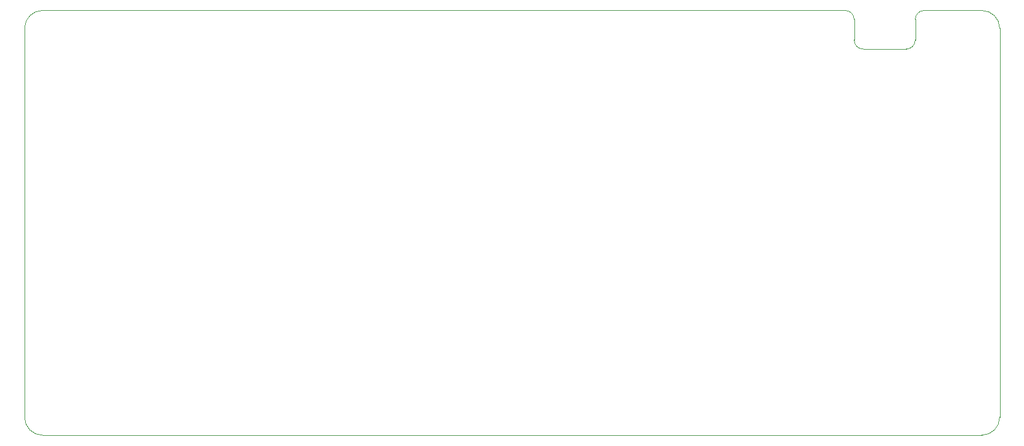
<source format=gbr>
G04 #@! TF.GenerationSoftware,KiCad,Pcbnew,(5.1.7)-1*
G04 #@! TF.CreationDate,2021-01-25T07:52:26+09:00*
G04 #@! TF.ProjectId,pisces_bottom_plate,70697363-6573-45f6-926f-74746f6d5f70,rev?*
G04 #@! TF.SameCoordinates,Original*
G04 #@! TF.FileFunction,Profile,NP*
%FSLAX46Y46*%
G04 Gerber Fmt 4.6, Leading zero omitted, Abs format (unit mm)*
G04 Created by KiCad (PCBNEW (5.1.7)-1) date 2021-01-25 07:52:26*
%MOMM*%
%LPD*%
G01*
G04 APERTURE LIST*
G04 #@! TA.AperFunction,Profile*
%ADD10C,0.050000*%
G04 #@! TD*
G04 APERTURE END LIST*
D10*
X157480000Y-44450000D02*
X163576000Y-44450000D01*
X164846000Y-40259000D02*
X164846000Y-43180000D01*
X156210000Y-40259000D02*
X156210000Y-43180000D01*
X164846000Y-40259000D02*
G75*
G02*
X166116000Y-38989000I1270000J0D01*
G01*
X164846000Y-43180000D02*
G75*
G02*
X163576000Y-44450000I-1270000J0D01*
G01*
X157480000Y-44450000D02*
G75*
G02*
X156210000Y-43180000I0J1270000D01*
G01*
X154940000Y-38989000D02*
G75*
G02*
X156210000Y-40259000I0J-1270000D01*
G01*
X174244000Y-38989000D02*
G75*
G02*
X176784000Y-41529000I0J-2540000D01*
G01*
X176784000Y-96520000D02*
G75*
G02*
X174244000Y-99060000I-2540000J0D01*
G01*
X41529000Y-99060000D02*
G75*
G02*
X38989000Y-96520000I0J2540000D01*
G01*
X38989000Y-41529000D02*
G75*
G02*
X41529000Y-38989000I2540000J0D01*
G01*
X174244000Y-38989000D02*
X166116000Y-38989000D01*
X154940000Y-38989000D02*
X41529000Y-38989000D01*
X176784000Y-96520000D02*
X176784000Y-41529000D01*
X41529000Y-99060000D02*
X174244000Y-99060000D01*
X38989000Y-41529000D02*
X38989000Y-96520000D01*
M02*

</source>
